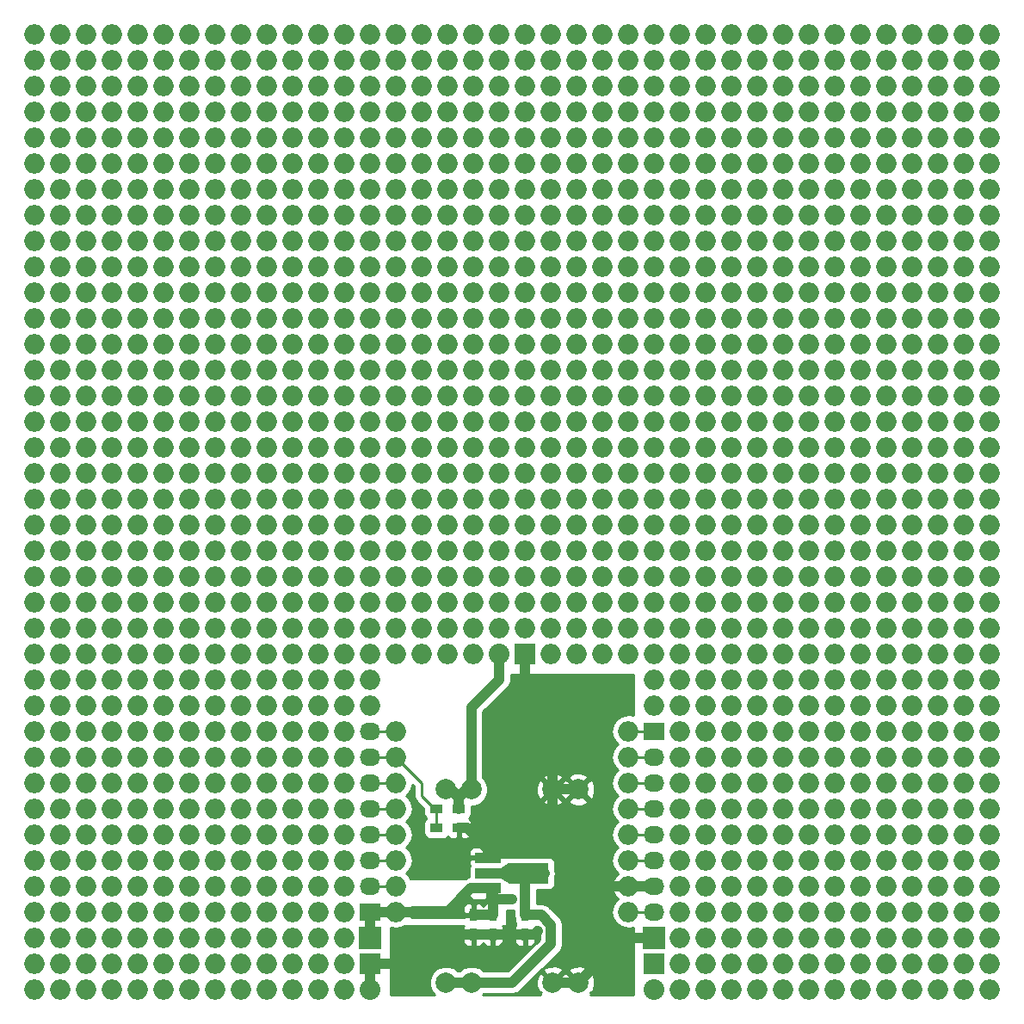
<source format=gbr>
G04 #@! TF.FileFunction,Copper,L1,Top,Signal*
%FSLAX46Y46*%
G04 Gerber Fmt 4.6, Leading zero omitted, Abs format (unit mm)*
G04 Created by KiCad (PCBNEW 4.0.4+e1-6308~48~ubuntu16.04.1-stable) date Wed Dec 14 21:01:20 2016*
%MOMM*%
%LPD*%
G01*
G04 APERTURE LIST*
%ADD10C,0.100000*%
%ADD11O,2.000000X2.000000*%
%ADD12R,0.750000X1.200000*%
%ADD13R,2.032000X2.032000*%
%ADD14O,2.032000X2.032000*%
%ADD15R,1.200000X0.900000*%
%ADD16R,2.032000X1.727200*%
%ADD17O,2.032000X1.727200*%
%ADD18C,2.000000*%
%ADD19R,2.501900X1.000760*%
%ADD20R,4.000500X1.998980*%
%ADD21R,2.235200X2.235200*%
%ADD22C,0.600000*%
%ADD23C,1.000000*%
%ADD24C,0.250000*%
%ADD25C,0.254000*%
G04 APERTURE END LIST*
D10*
D11*
X86900000Y-128540000D03*
X114840000Y-128540000D03*
X117380000Y-126000000D03*
X114840000Y-126000000D03*
X86900000Y-126000000D03*
X84360000Y-126000000D03*
X86900000Y-105680000D03*
X86900000Y-108220000D03*
X86900000Y-110760000D03*
X84360000Y-110760000D03*
X84360000Y-108220000D03*
X84360000Y-105680000D03*
X84360000Y-98060000D03*
X84360000Y-100600000D03*
X84360000Y-103140000D03*
X86900000Y-103140000D03*
X86900000Y-100600000D03*
X86900000Y-98060000D03*
X86900000Y-113300000D03*
X86900000Y-115840000D03*
X86900000Y-118380000D03*
X84360000Y-118380000D03*
X84360000Y-115840000D03*
X84360000Y-113300000D03*
X84360000Y-120920000D03*
X84360000Y-123460000D03*
X86900000Y-123460000D03*
X86900000Y-120920000D03*
X86900000Y-90440000D03*
X86900000Y-92980000D03*
X86900000Y-95520000D03*
X84360000Y-95520000D03*
X84360000Y-92980000D03*
X84360000Y-90440000D03*
X84360000Y-82820000D03*
X84360000Y-85360000D03*
X84360000Y-87900000D03*
X86900000Y-87900000D03*
X86900000Y-85360000D03*
X86900000Y-82820000D03*
X86900000Y-67580000D03*
X86900000Y-70120000D03*
X86900000Y-72660000D03*
X84360000Y-72660000D03*
X84360000Y-70120000D03*
X84360000Y-67580000D03*
X84360000Y-75200000D03*
X84360000Y-77740000D03*
X84360000Y-80280000D03*
X86900000Y-80280000D03*
X86900000Y-77740000D03*
X86900000Y-75200000D03*
X86900000Y-62500000D03*
X86900000Y-65040000D03*
X84360000Y-65040000D03*
X84360000Y-62500000D03*
X89440000Y-62500000D03*
X89440000Y-65040000D03*
X91980000Y-65040000D03*
X91980000Y-62500000D03*
X97060000Y-62500000D03*
X97060000Y-65040000D03*
X94520000Y-65040000D03*
X94520000Y-62500000D03*
X104680000Y-62500000D03*
X104680000Y-65040000D03*
X107220000Y-65040000D03*
X107220000Y-62500000D03*
X102140000Y-62500000D03*
X102140000Y-65040000D03*
X99600000Y-65040000D03*
X99600000Y-62500000D03*
X114840000Y-62500000D03*
X114840000Y-65040000D03*
X117380000Y-65040000D03*
X117380000Y-62500000D03*
X109760000Y-62500000D03*
X109760000Y-65040000D03*
X112300000Y-65040000D03*
X112300000Y-62500000D03*
X112300000Y-75200000D03*
X112300000Y-77740000D03*
X112300000Y-80280000D03*
X109760000Y-80280000D03*
X109760000Y-77740000D03*
X109760000Y-75200000D03*
X117380000Y-75200000D03*
X117380000Y-77740000D03*
X117380000Y-80280000D03*
X114840000Y-80280000D03*
X114840000Y-77740000D03*
X114840000Y-75200000D03*
X99600000Y-75200000D03*
X99600000Y-77740000D03*
X99600000Y-80280000D03*
X102140000Y-80280000D03*
X102140000Y-77740000D03*
X102140000Y-75200000D03*
X107220000Y-75200000D03*
X107220000Y-77740000D03*
X107220000Y-80280000D03*
X104680000Y-80280000D03*
X104680000Y-77740000D03*
X104680000Y-75200000D03*
X94520000Y-75200000D03*
X94520000Y-77740000D03*
X94520000Y-80280000D03*
X97060000Y-80280000D03*
X97060000Y-77740000D03*
X97060000Y-75200000D03*
X91980000Y-75200000D03*
X91980000Y-77740000D03*
X91980000Y-80280000D03*
X89440000Y-80280000D03*
X89440000Y-77740000D03*
X89440000Y-75200000D03*
X89440000Y-67580000D03*
X89440000Y-70120000D03*
X89440000Y-72660000D03*
X91980000Y-72660000D03*
X91980000Y-70120000D03*
X91980000Y-67580000D03*
X97060000Y-67580000D03*
X97060000Y-70120000D03*
X97060000Y-72660000D03*
X94520000Y-72660000D03*
X94520000Y-70120000D03*
X94520000Y-67580000D03*
X104680000Y-67580000D03*
X104680000Y-70120000D03*
X104680000Y-72660000D03*
X107220000Y-72660000D03*
X107220000Y-70120000D03*
X107220000Y-67580000D03*
X102140000Y-67580000D03*
X102140000Y-70120000D03*
X102140000Y-72660000D03*
X99600000Y-72660000D03*
X99600000Y-70120000D03*
X99600000Y-67580000D03*
X114840000Y-67580000D03*
X114840000Y-70120000D03*
X114840000Y-72660000D03*
X117380000Y-72660000D03*
X117380000Y-70120000D03*
X117380000Y-67580000D03*
X109760000Y-67580000D03*
X109760000Y-70120000D03*
X109760000Y-72660000D03*
X112300000Y-72660000D03*
X112300000Y-70120000D03*
X112300000Y-67580000D03*
X112300000Y-82820000D03*
X112300000Y-85360000D03*
X112300000Y-87900000D03*
X109760000Y-87900000D03*
X109760000Y-85360000D03*
X109760000Y-82820000D03*
X117380000Y-82820000D03*
X117380000Y-85360000D03*
X117380000Y-87900000D03*
X114840000Y-87900000D03*
X114840000Y-85360000D03*
X114840000Y-82820000D03*
X99600000Y-82820000D03*
X99600000Y-85360000D03*
X99600000Y-87900000D03*
X102140000Y-87900000D03*
X102140000Y-85360000D03*
X102140000Y-82820000D03*
X107220000Y-82820000D03*
X107220000Y-85360000D03*
X107220000Y-87900000D03*
X104680000Y-87900000D03*
X104680000Y-85360000D03*
X104680000Y-82820000D03*
X94520000Y-82820000D03*
X94520000Y-85360000D03*
X94520000Y-87900000D03*
X97060000Y-87900000D03*
X97060000Y-85360000D03*
X97060000Y-82820000D03*
X91980000Y-82820000D03*
X91980000Y-85360000D03*
X91980000Y-87900000D03*
X89440000Y-87900000D03*
X89440000Y-85360000D03*
X89440000Y-82820000D03*
X89440000Y-90440000D03*
X89440000Y-92980000D03*
X89440000Y-95520000D03*
X91980000Y-95520000D03*
X91980000Y-92980000D03*
X91980000Y-90440000D03*
X97060000Y-90440000D03*
X97060000Y-92980000D03*
X97060000Y-95520000D03*
X94520000Y-95520000D03*
X94520000Y-92980000D03*
X94520000Y-90440000D03*
X104680000Y-90440000D03*
X104680000Y-92980000D03*
X104680000Y-95520000D03*
X107220000Y-95520000D03*
X107220000Y-92980000D03*
X107220000Y-90440000D03*
X102140000Y-90440000D03*
X102140000Y-92980000D03*
X102140000Y-95520000D03*
X99600000Y-95520000D03*
X99600000Y-92980000D03*
X99600000Y-90440000D03*
X114840000Y-90440000D03*
X114840000Y-92980000D03*
X114840000Y-95520000D03*
X117380000Y-95520000D03*
X117380000Y-92980000D03*
X117380000Y-90440000D03*
X109760000Y-90440000D03*
X109760000Y-92980000D03*
X109760000Y-95520000D03*
X112300000Y-95520000D03*
X112300000Y-92980000D03*
X112300000Y-90440000D03*
X112300000Y-120920000D03*
X112300000Y-123460000D03*
X109760000Y-123460000D03*
X109760000Y-120920000D03*
X117380000Y-120920000D03*
X117380000Y-123460000D03*
X114840000Y-123460000D03*
X114840000Y-120920000D03*
X99600000Y-120920000D03*
X102140000Y-120920000D03*
X107220000Y-120920000D03*
X107220000Y-123460000D03*
X104680000Y-123460000D03*
X104680000Y-120920000D03*
X94520000Y-120920000D03*
X94520000Y-123460000D03*
X97060000Y-123460000D03*
X97060000Y-120920000D03*
X91980000Y-120920000D03*
X91980000Y-123460000D03*
X89440000Y-123460000D03*
X89440000Y-120920000D03*
X89440000Y-113300000D03*
X89440000Y-115840000D03*
X89440000Y-118380000D03*
X91980000Y-118380000D03*
X91980000Y-115840000D03*
X91980000Y-113300000D03*
X97060000Y-113300000D03*
X97060000Y-115840000D03*
X97060000Y-118380000D03*
X94520000Y-118380000D03*
X94520000Y-115840000D03*
X94520000Y-113300000D03*
X104680000Y-113300000D03*
X104680000Y-115840000D03*
X104680000Y-118380000D03*
X107220000Y-118380000D03*
X107220000Y-115840000D03*
X107220000Y-113300000D03*
X102140000Y-113300000D03*
X102140000Y-115840000D03*
X102140000Y-118380000D03*
X99600000Y-118380000D03*
X99600000Y-115840000D03*
X99600000Y-113300000D03*
X114840000Y-113300000D03*
X114840000Y-115840000D03*
X114840000Y-118380000D03*
X117380000Y-118380000D03*
X117380000Y-115840000D03*
X117380000Y-113300000D03*
X109760000Y-113300000D03*
X109760000Y-115840000D03*
X109760000Y-118380000D03*
X112300000Y-118380000D03*
X112300000Y-115840000D03*
X112300000Y-113300000D03*
X112300000Y-98060000D03*
X112300000Y-100600000D03*
X112300000Y-103140000D03*
X109760000Y-103140000D03*
X109760000Y-100600000D03*
X109760000Y-98060000D03*
X117380000Y-98060000D03*
X117380000Y-100600000D03*
X117380000Y-103140000D03*
X114840000Y-103140000D03*
X114840000Y-100600000D03*
X114840000Y-98060000D03*
X99600000Y-98060000D03*
X99600000Y-100600000D03*
X99600000Y-103140000D03*
X102140000Y-103140000D03*
X102140000Y-100600000D03*
X102140000Y-98060000D03*
X107220000Y-98060000D03*
X107220000Y-100600000D03*
X107220000Y-103140000D03*
X104680000Y-103140000D03*
X104680000Y-100600000D03*
X104680000Y-98060000D03*
X94520000Y-98060000D03*
X94520000Y-100600000D03*
X94520000Y-103140000D03*
X97060000Y-103140000D03*
X97060000Y-100600000D03*
X97060000Y-98060000D03*
X91980000Y-98060000D03*
X91980000Y-100600000D03*
X91980000Y-103140000D03*
X89440000Y-103140000D03*
X89440000Y-100600000D03*
X89440000Y-98060000D03*
X89440000Y-105680000D03*
X89440000Y-108220000D03*
X89440000Y-110760000D03*
X91980000Y-110760000D03*
X91980000Y-108220000D03*
X91980000Y-105680000D03*
X97060000Y-105680000D03*
X97060000Y-108220000D03*
X97060000Y-110760000D03*
X94520000Y-110760000D03*
X94520000Y-108220000D03*
X94520000Y-105680000D03*
X104680000Y-105680000D03*
X104680000Y-108220000D03*
X104680000Y-110760000D03*
X107220000Y-110760000D03*
X107220000Y-108220000D03*
X107220000Y-105680000D03*
X102140000Y-105680000D03*
X102140000Y-108220000D03*
X102140000Y-110760000D03*
X99600000Y-110760000D03*
X99600000Y-108220000D03*
X99600000Y-105680000D03*
X114840000Y-105680000D03*
X114840000Y-108220000D03*
X114840000Y-110760000D03*
X117380000Y-110760000D03*
X117380000Y-108220000D03*
X117380000Y-105680000D03*
X109760000Y-105680000D03*
X109760000Y-108220000D03*
X109760000Y-110760000D03*
X112300000Y-110760000D03*
X112300000Y-108220000D03*
X112300000Y-105680000D03*
X142780000Y-105680000D03*
X142780000Y-108220000D03*
X142780000Y-110760000D03*
X140240000Y-110760000D03*
X140240000Y-108220000D03*
X140240000Y-105680000D03*
X147860000Y-105680000D03*
X147860000Y-108220000D03*
X147860000Y-110760000D03*
X145320000Y-110760000D03*
X145320000Y-108220000D03*
X145320000Y-105680000D03*
X130080000Y-105680000D03*
X130080000Y-108220000D03*
X130080000Y-110760000D03*
X132620000Y-110760000D03*
X132620000Y-108220000D03*
X132620000Y-105680000D03*
X137700000Y-105680000D03*
X137700000Y-108220000D03*
X137700000Y-110760000D03*
X135160000Y-110760000D03*
X135160000Y-108220000D03*
X135160000Y-105680000D03*
X125000000Y-105680000D03*
X125000000Y-108220000D03*
X125000000Y-110760000D03*
X127540000Y-110760000D03*
X127540000Y-108220000D03*
X127540000Y-105680000D03*
X122460000Y-105680000D03*
X122460000Y-108220000D03*
X122460000Y-110760000D03*
X119920000Y-110760000D03*
X119920000Y-108220000D03*
X119920000Y-105680000D03*
X119920000Y-98060000D03*
X119920000Y-100600000D03*
X119920000Y-103140000D03*
X122460000Y-103140000D03*
X122460000Y-100600000D03*
X122460000Y-98060000D03*
X127540000Y-98060000D03*
X127540000Y-100600000D03*
X127540000Y-103140000D03*
X125000000Y-103140000D03*
X125000000Y-100600000D03*
X125000000Y-98060000D03*
X135160000Y-98060000D03*
X135160000Y-100600000D03*
X135160000Y-103140000D03*
X137700000Y-103140000D03*
X137700000Y-100600000D03*
X137700000Y-98060000D03*
X132620000Y-98060000D03*
X132620000Y-100600000D03*
X132620000Y-103140000D03*
X130080000Y-103140000D03*
X130080000Y-100600000D03*
X130080000Y-98060000D03*
X145320000Y-98060000D03*
X145320000Y-100600000D03*
X145320000Y-103140000D03*
X147860000Y-103140000D03*
X147860000Y-100600000D03*
X147860000Y-98060000D03*
X140240000Y-98060000D03*
X140240000Y-100600000D03*
X140240000Y-103140000D03*
X142780000Y-103140000D03*
X142780000Y-100600000D03*
X142780000Y-98060000D03*
X142780000Y-113300000D03*
X142780000Y-115840000D03*
X142780000Y-118380000D03*
X140240000Y-118380000D03*
X140240000Y-115840000D03*
X140240000Y-113300000D03*
X147860000Y-113300000D03*
X147860000Y-115840000D03*
X147860000Y-118380000D03*
X145320000Y-118380000D03*
X145320000Y-115840000D03*
X145320000Y-113300000D03*
X130080000Y-113300000D03*
X130080000Y-115840000D03*
X130080000Y-118380000D03*
X132620000Y-118380000D03*
X132620000Y-115840000D03*
X132620000Y-113300000D03*
X137700000Y-113300000D03*
X137700000Y-115840000D03*
X137700000Y-118380000D03*
X135160000Y-118380000D03*
X135160000Y-115840000D03*
X135160000Y-113300000D03*
X125000000Y-113300000D03*
X125000000Y-115840000D03*
X125000000Y-118380000D03*
X127540000Y-118380000D03*
X127540000Y-115840000D03*
X127540000Y-113300000D03*
X122460000Y-113300000D03*
X122460000Y-115840000D03*
X122460000Y-118380000D03*
X119920000Y-118380000D03*
X119920000Y-115840000D03*
X119920000Y-113300000D03*
X119920000Y-120920000D03*
X119920000Y-123460000D03*
X119920000Y-126000000D03*
X122460000Y-126000000D03*
X122460000Y-123460000D03*
X122460000Y-120920000D03*
X127540000Y-120920000D03*
X127540000Y-123460000D03*
X127540000Y-126000000D03*
X125000000Y-126000000D03*
X125000000Y-123460000D03*
X125000000Y-120920000D03*
X135160000Y-120920000D03*
X135160000Y-123460000D03*
X135160000Y-126000000D03*
X137700000Y-126000000D03*
X137700000Y-123460000D03*
X137700000Y-120920000D03*
X132620000Y-120920000D03*
X132620000Y-123460000D03*
X132620000Y-126000000D03*
X130080000Y-126000000D03*
X130080000Y-123460000D03*
X130080000Y-120920000D03*
X145320000Y-120920000D03*
X145320000Y-123460000D03*
X145320000Y-126000000D03*
X147860000Y-126000000D03*
X147860000Y-123460000D03*
X147860000Y-120920000D03*
X140240000Y-120920000D03*
X140240000Y-123460000D03*
X140240000Y-126000000D03*
X142780000Y-126000000D03*
X142780000Y-123460000D03*
X142780000Y-120920000D03*
X142780000Y-90440000D03*
X142780000Y-92980000D03*
X142780000Y-95520000D03*
X140240000Y-95520000D03*
X140240000Y-92980000D03*
X140240000Y-90440000D03*
X147860000Y-90440000D03*
X147860000Y-92980000D03*
X147860000Y-95520000D03*
X145320000Y-95520000D03*
X145320000Y-92980000D03*
X145320000Y-90440000D03*
X130080000Y-90440000D03*
X130080000Y-92980000D03*
X130080000Y-95520000D03*
X132620000Y-95520000D03*
X132620000Y-92980000D03*
X132620000Y-90440000D03*
X137700000Y-90440000D03*
X137700000Y-92980000D03*
X137700000Y-95520000D03*
X135160000Y-95520000D03*
X135160000Y-92980000D03*
X135160000Y-90440000D03*
X125000000Y-90440000D03*
X125000000Y-92980000D03*
X125000000Y-95520000D03*
X127540000Y-95520000D03*
X127540000Y-92980000D03*
X127540000Y-90440000D03*
X122460000Y-90440000D03*
X122460000Y-92980000D03*
X122460000Y-95520000D03*
X119920000Y-95520000D03*
X119920000Y-92980000D03*
X119920000Y-90440000D03*
X119920000Y-82820000D03*
X119920000Y-85360000D03*
X119920000Y-87900000D03*
X122460000Y-87900000D03*
X122460000Y-85360000D03*
X122460000Y-82820000D03*
X127540000Y-82820000D03*
X127540000Y-85360000D03*
X127540000Y-87900000D03*
X125000000Y-87900000D03*
X125000000Y-85360000D03*
X125000000Y-82820000D03*
X135160000Y-82820000D03*
X135160000Y-85360000D03*
X135160000Y-87900000D03*
X137700000Y-87900000D03*
X137700000Y-85360000D03*
X137700000Y-82820000D03*
X132620000Y-82820000D03*
X132620000Y-85360000D03*
X132620000Y-87900000D03*
X130080000Y-87900000D03*
X130080000Y-85360000D03*
X130080000Y-82820000D03*
X145320000Y-82820000D03*
X145320000Y-85360000D03*
X145320000Y-87900000D03*
X147860000Y-87900000D03*
X147860000Y-85360000D03*
X147860000Y-82820000D03*
X140240000Y-82820000D03*
X140240000Y-85360000D03*
X140240000Y-87900000D03*
X142780000Y-87900000D03*
X142780000Y-85360000D03*
X142780000Y-82820000D03*
X142780000Y-67580000D03*
X142780000Y-70120000D03*
X142780000Y-72660000D03*
X140240000Y-72660000D03*
X140240000Y-70120000D03*
X140240000Y-67580000D03*
X147860000Y-67580000D03*
X147860000Y-70120000D03*
X147860000Y-72660000D03*
X145320000Y-72660000D03*
X145320000Y-70120000D03*
X145320000Y-67580000D03*
X130080000Y-67580000D03*
X130080000Y-70120000D03*
X130080000Y-72660000D03*
X132620000Y-72660000D03*
X132620000Y-70120000D03*
X132620000Y-67580000D03*
X137700000Y-67580000D03*
X137700000Y-70120000D03*
X137700000Y-72660000D03*
X135160000Y-72660000D03*
X135160000Y-70120000D03*
X135160000Y-67580000D03*
X125000000Y-67580000D03*
X125000000Y-70120000D03*
X125000000Y-72660000D03*
X127540000Y-72660000D03*
X127540000Y-70120000D03*
X127540000Y-67580000D03*
X122460000Y-67580000D03*
X122460000Y-70120000D03*
X122460000Y-72660000D03*
X119920000Y-72660000D03*
X119920000Y-70120000D03*
X119920000Y-67580000D03*
X119920000Y-75200000D03*
X119920000Y-77740000D03*
X119920000Y-80280000D03*
X122460000Y-80280000D03*
X122460000Y-77740000D03*
X122460000Y-75200000D03*
X127540000Y-75200000D03*
X127540000Y-77740000D03*
X127540000Y-80280000D03*
X125000000Y-80280000D03*
X125000000Y-77740000D03*
X125000000Y-75200000D03*
X135160000Y-75200000D03*
X135160000Y-77740000D03*
X135160000Y-80280000D03*
X137700000Y-80280000D03*
X137700000Y-77740000D03*
X137700000Y-75200000D03*
X132620000Y-75200000D03*
X132620000Y-77740000D03*
X132620000Y-80280000D03*
X130080000Y-80280000D03*
X130080000Y-77740000D03*
X130080000Y-75200000D03*
X145320000Y-75200000D03*
X145320000Y-77740000D03*
X145320000Y-80280000D03*
X147860000Y-80280000D03*
X147860000Y-77740000D03*
X147860000Y-75200000D03*
X140240000Y-75200000D03*
X140240000Y-77740000D03*
X140240000Y-80280000D03*
X142780000Y-80280000D03*
X142780000Y-77740000D03*
X142780000Y-75200000D03*
X142780000Y-62500000D03*
X142780000Y-65040000D03*
X140240000Y-65040000D03*
X140240000Y-62500000D03*
X147860000Y-62500000D03*
X147860000Y-65040000D03*
X145320000Y-65040000D03*
X145320000Y-62500000D03*
X130080000Y-62500000D03*
X130080000Y-65040000D03*
X132620000Y-65040000D03*
X132620000Y-62500000D03*
X137700000Y-62500000D03*
X137700000Y-65040000D03*
X135160000Y-65040000D03*
X135160000Y-62500000D03*
X125000000Y-62500000D03*
X125000000Y-65040000D03*
X127540000Y-65040000D03*
X127540000Y-62500000D03*
X122460000Y-62500000D03*
X122460000Y-65040000D03*
X119920000Y-65040000D03*
X119920000Y-62500000D03*
X53880000Y-62500000D03*
X53880000Y-65040000D03*
X56420000Y-65040000D03*
X56420000Y-62500000D03*
X61500000Y-62500000D03*
X61500000Y-65040000D03*
X58960000Y-65040000D03*
X58960000Y-62500000D03*
X69120000Y-62500000D03*
X69120000Y-65040000D03*
X71660000Y-65040000D03*
X71660000Y-62500000D03*
X66580000Y-62500000D03*
X66580000Y-65040000D03*
X64040000Y-65040000D03*
X64040000Y-62500000D03*
X79280000Y-62500000D03*
X79280000Y-65040000D03*
X81820000Y-65040000D03*
X81820000Y-62500000D03*
X74200000Y-62500000D03*
X74200000Y-65040000D03*
X76740000Y-65040000D03*
X76740000Y-62500000D03*
X76740000Y-75200000D03*
X76740000Y-77740000D03*
X76740000Y-80280000D03*
X74200000Y-80280000D03*
X74200000Y-77740000D03*
X74200000Y-75200000D03*
X81820000Y-75200000D03*
X81820000Y-77740000D03*
X81820000Y-80280000D03*
X79280000Y-80280000D03*
X79280000Y-77740000D03*
X79280000Y-75200000D03*
X64040000Y-75200000D03*
X64040000Y-77740000D03*
X64040000Y-80280000D03*
X66580000Y-80280000D03*
X66580000Y-77740000D03*
X66580000Y-75200000D03*
X71660000Y-75200000D03*
X71660000Y-77740000D03*
X71660000Y-80280000D03*
X69120000Y-80280000D03*
X69120000Y-77740000D03*
X69120000Y-75200000D03*
X58960000Y-75200000D03*
X58960000Y-77740000D03*
X58960000Y-80280000D03*
X61500000Y-80280000D03*
X61500000Y-77740000D03*
X61500000Y-75200000D03*
X56420000Y-75200000D03*
X56420000Y-77740000D03*
X56420000Y-80280000D03*
X53880000Y-80280000D03*
X53880000Y-77740000D03*
X53880000Y-75200000D03*
X53880000Y-67580000D03*
X53880000Y-70120000D03*
X53880000Y-72660000D03*
X56420000Y-72660000D03*
X56420000Y-70120000D03*
X56420000Y-67580000D03*
X61500000Y-67580000D03*
X61500000Y-70120000D03*
X61500000Y-72660000D03*
X58960000Y-72660000D03*
X58960000Y-70120000D03*
X58960000Y-67580000D03*
X69120000Y-67580000D03*
X69120000Y-70120000D03*
X69120000Y-72660000D03*
X71660000Y-72660000D03*
X71660000Y-70120000D03*
X71660000Y-67580000D03*
X66580000Y-67580000D03*
X66580000Y-70120000D03*
X66580000Y-72660000D03*
X64040000Y-72660000D03*
X64040000Y-70120000D03*
X64040000Y-67580000D03*
X79280000Y-67580000D03*
X79280000Y-70120000D03*
X79280000Y-72660000D03*
X81820000Y-72660000D03*
X81820000Y-70120000D03*
X81820000Y-67580000D03*
X74200000Y-67580000D03*
X74200000Y-70120000D03*
X74200000Y-72660000D03*
X76740000Y-72660000D03*
X76740000Y-70120000D03*
X76740000Y-67580000D03*
X76740000Y-82820000D03*
X76740000Y-85360000D03*
X76740000Y-87900000D03*
X74200000Y-87900000D03*
X74200000Y-85360000D03*
X74200000Y-82820000D03*
X81820000Y-82820000D03*
X81820000Y-85360000D03*
X81820000Y-87900000D03*
X79280000Y-87900000D03*
X79280000Y-85360000D03*
X79280000Y-82820000D03*
X64040000Y-82820000D03*
X64040000Y-85360000D03*
X64040000Y-87900000D03*
X66580000Y-87900000D03*
X66580000Y-85360000D03*
X66580000Y-82820000D03*
X71660000Y-82820000D03*
X71660000Y-85360000D03*
X71660000Y-87900000D03*
X69120000Y-87900000D03*
X69120000Y-85360000D03*
X69120000Y-82820000D03*
X58960000Y-82820000D03*
X58960000Y-85360000D03*
X58960000Y-87900000D03*
X61500000Y-87900000D03*
X61500000Y-85360000D03*
X61500000Y-82820000D03*
X56420000Y-82820000D03*
X56420000Y-85360000D03*
X56420000Y-87900000D03*
X53880000Y-87900000D03*
X53880000Y-85360000D03*
X53880000Y-82820000D03*
X53880000Y-90440000D03*
X53880000Y-92980000D03*
X53880000Y-95520000D03*
X56420000Y-95520000D03*
X56420000Y-92980000D03*
X56420000Y-90440000D03*
X61500000Y-90440000D03*
X61500000Y-92980000D03*
X61500000Y-95520000D03*
X58960000Y-95520000D03*
X58960000Y-92980000D03*
X58960000Y-90440000D03*
X69120000Y-90440000D03*
X69120000Y-92980000D03*
X69120000Y-95520000D03*
X71660000Y-95520000D03*
X71660000Y-92980000D03*
X71660000Y-90440000D03*
X66580000Y-90440000D03*
X66580000Y-92980000D03*
X66580000Y-95520000D03*
X64040000Y-95520000D03*
X64040000Y-92980000D03*
X64040000Y-90440000D03*
X79280000Y-90440000D03*
X79280000Y-92980000D03*
X79280000Y-95520000D03*
X81820000Y-95520000D03*
X81820000Y-92980000D03*
X81820000Y-90440000D03*
X74200000Y-90440000D03*
X74200000Y-92980000D03*
X74200000Y-95520000D03*
X76740000Y-95520000D03*
X76740000Y-92980000D03*
X76740000Y-90440000D03*
X76740000Y-120920000D03*
X76740000Y-123460000D03*
X76740000Y-126000000D03*
X74200000Y-126000000D03*
X74200000Y-123460000D03*
X74200000Y-120920000D03*
X81820000Y-120920000D03*
X81820000Y-123460000D03*
X81820000Y-126000000D03*
X79280000Y-126000000D03*
X79280000Y-123460000D03*
X79280000Y-120920000D03*
X64040000Y-120920000D03*
X64040000Y-123460000D03*
X64040000Y-126000000D03*
X66580000Y-126000000D03*
X66580000Y-123460000D03*
X66580000Y-120920000D03*
X71660000Y-120920000D03*
X71660000Y-123460000D03*
X71660000Y-126000000D03*
X69120000Y-126000000D03*
X69120000Y-123460000D03*
X69120000Y-120920000D03*
X58960000Y-120920000D03*
X58960000Y-123460000D03*
X58960000Y-126000000D03*
X61500000Y-126000000D03*
X61500000Y-123460000D03*
X61500000Y-120920000D03*
X56420000Y-120920000D03*
X56420000Y-123460000D03*
X56420000Y-126000000D03*
X53880000Y-126000000D03*
X53880000Y-123460000D03*
X53880000Y-120920000D03*
X53880000Y-113300000D03*
X53880000Y-115840000D03*
X53880000Y-118380000D03*
X56420000Y-118380000D03*
X56420000Y-115840000D03*
X56420000Y-113300000D03*
X61500000Y-113300000D03*
X61500000Y-115840000D03*
X61500000Y-118380000D03*
X58960000Y-118380000D03*
X58960000Y-115840000D03*
X58960000Y-113300000D03*
X69120000Y-113300000D03*
X69120000Y-115840000D03*
X69120000Y-118380000D03*
X71660000Y-118380000D03*
X71660000Y-115840000D03*
X71660000Y-113300000D03*
X66580000Y-113300000D03*
X66580000Y-115840000D03*
X66580000Y-118380000D03*
X64040000Y-118380000D03*
X64040000Y-115840000D03*
X64040000Y-113300000D03*
X79280000Y-113300000D03*
X79280000Y-115840000D03*
X79280000Y-118380000D03*
X81820000Y-118380000D03*
X81820000Y-115840000D03*
X81820000Y-113300000D03*
X74200000Y-113300000D03*
X74200000Y-115840000D03*
X74200000Y-118380000D03*
X76740000Y-118380000D03*
X76740000Y-115840000D03*
X76740000Y-113300000D03*
X76740000Y-98060000D03*
X76740000Y-100600000D03*
X76740000Y-103140000D03*
X74200000Y-103140000D03*
X74200000Y-100600000D03*
X74200000Y-98060000D03*
X81820000Y-98060000D03*
X81820000Y-100600000D03*
X81820000Y-103140000D03*
X79280000Y-103140000D03*
X79280000Y-100600000D03*
X79280000Y-98060000D03*
X64040000Y-98060000D03*
X64040000Y-100600000D03*
X64040000Y-103140000D03*
X66580000Y-103140000D03*
X66580000Y-100600000D03*
X66580000Y-98060000D03*
X71660000Y-98060000D03*
X71660000Y-100600000D03*
X71660000Y-103140000D03*
X69120000Y-103140000D03*
X69120000Y-100600000D03*
X69120000Y-98060000D03*
X58960000Y-98060000D03*
X58960000Y-100600000D03*
X58960000Y-103140000D03*
X61500000Y-103140000D03*
X61500000Y-100600000D03*
X61500000Y-98060000D03*
X56420000Y-98060000D03*
X56420000Y-100600000D03*
X56420000Y-103140000D03*
X53880000Y-103140000D03*
X53880000Y-100600000D03*
X53880000Y-98060000D03*
X53880000Y-105680000D03*
X53880000Y-108220000D03*
X53880000Y-110760000D03*
X56420000Y-110760000D03*
X56420000Y-108220000D03*
X56420000Y-105680000D03*
X61500000Y-105680000D03*
X61500000Y-108220000D03*
X61500000Y-110760000D03*
X58960000Y-110760000D03*
X58960000Y-108220000D03*
X58960000Y-105680000D03*
X69120000Y-105680000D03*
X69120000Y-108220000D03*
X69120000Y-110760000D03*
X71660000Y-110760000D03*
X71660000Y-108220000D03*
X71660000Y-105680000D03*
X66580000Y-105680000D03*
X66580000Y-108220000D03*
X66580000Y-110760000D03*
X64040000Y-110760000D03*
X64040000Y-108220000D03*
X64040000Y-105680000D03*
X79280000Y-105680000D03*
X79280000Y-108220000D03*
X79280000Y-110760000D03*
X81820000Y-110760000D03*
X81820000Y-108220000D03*
X81820000Y-105680000D03*
X74200000Y-105680000D03*
X74200000Y-108220000D03*
X74200000Y-110760000D03*
X76740000Y-110760000D03*
X76740000Y-108220000D03*
X76740000Y-105680000D03*
X147860000Y-136160000D03*
X147860000Y-138700000D03*
X147860000Y-141240000D03*
X147860000Y-133620000D03*
X147860000Y-131080000D03*
X147860000Y-128540000D03*
X119920000Y-136160000D03*
X119920000Y-138700000D03*
X119920000Y-141240000D03*
X117380000Y-141240000D03*
X117380000Y-138700000D03*
X117380000Y-136160000D03*
X127540000Y-136160000D03*
X127540000Y-138700000D03*
X127540000Y-141240000D03*
X130080000Y-141240000D03*
X130080000Y-138700000D03*
X130080000Y-136160000D03*
X125000000Y-136160000D03*
X125000000Y-138700000D03*
X125000000Y-141240000D03*
X122460000Y-141240000D03*
X122460000Y-138700000D03*
X122460000Y-136160000D03*
X137700000Y-136160000D03*
X137700000Y-138700000D03*
X137700000Y-141240000D03*
X140240000Y-141240000D03*
X140240000Y-138700000D03*
X140240000Y-136160000D03*
X145320000Y-136160000D03*
X145320000Y-138700000D03*
X145320000Y-141240000D03*
X142780000Y-141240000D03*
X142780000Y-138700000D03*
X142780000Y-136160000D03*
X132620000Y-136160000D03*
X132620000Y-138700000D03*
X132620000Y-141240000D03*
X135160000Y-141240000D03*
X135160000Y-138700000D03*
X135160000Y-136160000D03*
X137700000Y-128540000D03*
X137700000Y-131080000D03*
X137700000Y-133620000D03*
X135160000Y-133620000D03*
X135160000Y-131080000D03*
X135160000Y-128540000D03*
X142780000Y-128540000D03*
X142780000Y-131080000D03*
X142780000Y-133620000D03*
X140240000Y-133620000D03*
X140240000Y-131080000D03*
X140240000Y-128540000D03*
X125000000Y-128540000D03*
X125000000Y-131080000D03*
X125000000Y-133620000D03*
X127540000Y-133620000D03*
X127540000Y-131080000D03*
X127540000Y-128540000D03*
X132620000Y-128540000D03*
X132620000Y-131080000D03*
X132620000Y-133620000D03*
X130080000Y-133620000D03*
X130080000Y-131080000D03*
X130080000Y-128540000D03*
X119920000Y-128540000D03*
X119920000Y-131080000D03*
X119920000Y-133620000D03*
X122460000Y-133620000D03*
X122460000Y-131080000D03*
X122460000Y-128540000D03*
X117380000Y-128540000D03*
X117380000Y-131080000D03*
X117380000Y-133620000D03*
X145320000Y-133620000D03*
X145320000Y-131080000D03*
X145320000Y-128540000D03*
X76740000Y-136160000D03*
X76740000Y-138700000D03*
X76740000Y-141240000D03*
X74200000Y-141240000D03*
X74200000Y-138700000D03*
X74200000Y-136160000D03*
X84360000Y-136160000D03*
X84360000Y-138700000D03*
X84360000Y-141240000D03*
X81820000Y-136160000D03*
X81820000Y-138700000D03*
X81820000Y-141240000D03*
X79280000Y-141240000D03*
X79280000Y-138700000D03*
X79280000Y-136160000D03*
X64040000Y-136160000D03*
X64040000Y-138700000D03*
X64040000Y-141240000D03*
X66580000Y-141240000D03*
X66580000Y-138700000D03*
X66580000Y-136160000D03*
X71660000Y-136160000D03*
X71660000Y-138700000D03*
X71660000Y-141240000D03*
X69120000Y-141240000D03*
X69120000Y-138700000D03*
X69120000Y-136160000D03*
X58960000Y-136160000D03*
X58960000Y-138700000D03*
X58960000Y-141240000D03*
X61500000Y-141240000D03*
X61500000Y-138700000D03*
X61500000Y-136160000D03*
X56420000Y-136160000D03*
X56420000Y-138700000D03*
X56420000Y-141240000D03*
X53880000Y-141240000D03*
X53880000Y-138700000D03*
X53880000Y-136160000D03*
X53880000Y-128540000D03*
X53880000Y-131080000D03*
X53880000Y-133620000D03*
X56420000Y-133620000D03*
X56420000Y-131080000D03*
X56420000Y-128540000D03*
X61500000Y-128540000D03*
X61500000Y-131080000D03*
X61500000Y-133620000D03*
X58960000Y-133620000D03*
X58960000Y-131080000D03*
X58960000Y-128540000D03*
X69120000Y-128540000D03*
X69120000Y-131080000D03*
X69120000Y-133620000D03*
X71660000Y-133620000D03*
X71660000Y-131080000D03*
X71660000Y-128540000D03*
X66580000Y-128540000D03*
X66580000Y-131080000D03*
X66580000Y-133620000D03*
X64040000Y-133620000D03*
X64040000Y-131080000D03*
X64040000Y-128540000D03*
X79280000Y-128540000D03*
X79280000Y-131080000D03*
X79280000Y-133620000D03*
X81820000Y-133620000D03*
X81820000Y-131080000D03*
X81820000Y-128540000D03*
X84360000Y-133620000D03*
X84360000Y-131080000D03*
X84360000Y-128540000D03*
X74200000Y-128540000D03*
X74200000Y-131080000D03*
X74200000Y-133620000D03*
X76740000Y-133620000D03*
X76740000Y-131080000D03*
X76740000Y-128540000D03*
X147860000Y-143780000D03*
X147860000Y-146320000D03*
X147860000Y-148860000D03*
X117380000Y-143780000D03*
X117380000Y-146320000D03*
X117380000Y-148860000D03*
X119920000Y-148860000D03*
X119920000Y-146320000D03*
X119920000Y-143780000D03*
X125000000Y-143780000D03*
X125000000Y-146320000D03*
X125000000Y-148860000D03*
X122460000Y-148860000D03*
X122460000Y-146320000D03*
X122460000Y-143780000D03*
X132620000Y-143780000D03*
X132620000Y-146320000D03*
X132620000Y-148860000D03*
X135160000Y-148860000D03*
X135160000Y-146320000D03*
X135160000Y-143780000D03*
X130080000Y-143780000D03*
X130080000Y-146320000D03*
X130080000Y-148860000D03*
X127540000Y-148860000D03*
X127540000Y-146320000D03*
X127540000Y-143780000D03*
X142780000Y-143780000D03*
X142780000Y-146320000D03*
X142780000Y-148860000D03*
X145320000Y-148860000D03*
X145320000Y-146320000D03*
X145320000Y-143780000D03*
X137700000Y-143780000D03*
X137700000Y-146320000D03*
X137700000Y-148860000D03*
X140240000Y-148860000D03*
X140240000Y-146320000D03*
X140240000Y-143780000D03*
X76740000Y-143780000D03*
X76740000Y-146320000D03*
X76740000Y-148860000D03*
X74200000Y-148860000D03*
X74200000Y-146320000D03*
X74200000Y-143780000D03*
X84360000Y-143780000D03*
X84360000Y-146320000D03*
X84360000Y-148860000D03*
X81820000Y-143780000D03*
X81820000Y-146320000D03*
X81820000Y-148860000D03*
X79280000Y-148860000D03*
X79280000Y-146320000D03*
X79280000Y-143780000D03*
X64040000Y-143780000D03*
X64040000Y-146320000D03*
X64040000Y-148860000D03*
X66580000Y-148860000D03*
X66580000Y-146320000D03*
X66580000Y-143780000D03*
X71660000Y-143780000D03*
X71660000Y-146320000D03*
X71660000Y-148860000D03*
X69120000Y-148860000D03*
X69120000Y-146320000D03*
X69120000Y-143780000D03*
X58960000Y-143780000D03*
X58960000Y-146320000D03*
X58960000Y-148860000D03*
X61500000Y-148860000D03*
X61500000Y-146320000D03*
X61500000Y-143780000D03*
X56420000Y-143780000D03*
X56420000Y-146320000D03*
X56420000Y-148860000D03*
X53880000Y-148860000D03*
X53880000Y-146320000D03*
X53880000Y-143780000D03*
X53880000Y-151400000D03*
X53880000Y-153940000D03*
X53880000Y-156480000D03*
X56420000Y-156480000D03*
X56420000Y-153940000D03*
X56420000Y-151400000D03*
X61500000Y-151400000D03*
X61500000Y-153940000D03*
X61500000Y-156480000D03*
X58960000Y-156480000D03*
X58960000Y-153940000D03*
X58960000Y-151400000D03*
X69120000Y-151400000D03*
X69120000Y-153940000D03*
X69120000Y-156480000D03*
X71660000Y-156480000D03*
X71660000Y-153940000D03*
X71660000Y-151400000D03*
X66580000Y-151400000D03*
X66580000Y-153940000D03*
X66580000Y-156480000D03*
X64040000Y-156480000D03*
X64040000Y-153940000D03*
X64040000Y-151400000D03*
X79280000Y-151400000D03*
X79280000Y-153940000D03*
X79280000Y-156480000D03*
X81820000Y-156480000D03*
X81820000Y-153940000D03*
X81820000Y-151400000D03*
X84360000Y-156480000D03*
X84360000Y-153940000D03*
X84360000Y-151400000D03*
X74200000Y-151400000D03*
X74200000Y-153940000D03*
X74200000Y-156480000D03*
X76740000Y-156480000D03*
X76740000Y-153940000D03*
X76740000Y-151400000D03*
X137700000Y-151400000D03*
X137700000Y-153940000D03*
X137700000Y-156480000D03*
X135160000Y-156480000D03*
X135160000Y-153940000D03*
X135160000Y-151400000D03*
X145320000Y-151400000D03*
X145320000Y-153940000D03*
X145320000Y-156480000D03*
X147860000Y-156480000D03*
X147860000Y-153940000D03*
X147860000Y-151400000D03*
X142780000Y-151400000D03*
X142780000Y-153940000D03*
X142780000Y-156480000D03*
X140240000Y-156480000D03*
X140240000Y-153940000D03*
X140240000Y-151400000D03*
X125000000Y-151400000D03*
X125000000Y-153940000D03*
X125000000Y-156480000D03*
X127540000Y-156480000D03*
X127540000Y-153940000D03*
X127540000Y-151400000D03*
X132620000Y-151400000D03*
X132620000Y-153940000D03*
X132620000Y-156480000D03*
X130080000Y-156480000D03*
X130080000Y-153940000D03*
X130080000Y-151400000D03*
X119920000Y-151400000D03*
X119920000Y-153940000D03*
X119920000Y-156480000D03*
X122460000Y-156480000D03*
X122460000Y-153940000D03*
X122460000Y-151400000D03*
X117380000Y-151400000D03*
X117380000Y-153940000D03*
X117380000Y-156480000D03*
X89440000Y-131080000D03*
X89440000Y-133620000D03*
X89440000Y-136160000D03*
X89440000Y-138700000D03*
X89440000Y-141240000D03*
X89440000Y-143780000D03*
X89440000Y-146320000D03*
X89440000Y-148860000D03*
X112300000Y-148860000D03*
X112300000Y-146320000D03*
X112300000Y-143780000D03*
X112300000Y-141240000D03*
X112300000Y-138700000D03*
X112300000Y-136160000D03*
X112300000Y-133620000D03*
X112300000Y-131080000D03*
D12*
X97060000Y-151080000D03*
X97060000Y-149180000D03*
X98965000Y-151080000D03*
X98965000Y-149180000D03*
X102140000Y-151080000D03*
X102140000Y-149180000D03*
D13*
X102140000Y-123460000D03*
D14*
X99600000Y-123460000D03*
D15*
X93420000Y-140605000D03*
X95620000Y-140605000D03*
X93420000Y-138700000D03*
X95620000Y-138700000D03*
D16*
X114840000Y-131080000D03*
D17*
X114840000Y-133620000D03*
X114840000Y-136160000D03*
X114840000Y-138700000D03*
X114840000Y-141240000D03*
X114840000Y-143780000D03*
X114840000Y-146320000D03*
X114840000Y-148860000D03*
D16*
X86900000Y-148860000D03*
D17*
X86900000Y-146320000D03*
X86900000Y-143780000D03*
X86900000Y-141240000D03*
X86900000Y-138700000D03*
X86900000Y-136160000D03*
X86900000Y-133620000D03*
X86900000Y-131080000D03*
D18*
X107370000Y-136820000D03*
X104870000Y-136820000D03*
X96870000Y-136820000D03*
X94370000Y-136820000D03*
X96870000Y-155820000D03*
X94370000Y-155820000D03*
X107370000Y-155820000D03*
X104870000Y-155820000D03*
D19*
X98517960Y-143548860D03*
X98517960Y-145050000D03*
X98517960Y-146551140D03*
D20*
X102470200Y-145050000D03*
D10*
G36*
X100495350Y-146050760D02*
X99746050Y-145550380D01*
X99746050Y-144549620D01*
X100495350Y-144049240D01*
X100495350Y-146050760D01*
X100495350Y-146050760D01*
G37*
D21*
X114840000Y-151400000D03*
D13*
X86900000Y-153940000D03*
D14*
X86900000Y-156480000D03*
D21*
X86900000Y-151400000D03*
D13*
X114840000Y-153940000D03*
D14*
X114840000Y-156480000D03*
D22*
X103410000Y-150765000D03*
X100870000Y-147590000D03*
D23*
X114840000Y-151400000D02*
X108490000Y-151400000D01*
X86900000Y-156480000D02*
X86900000Y-153940000D01*
X86900000Y-153940000D02*
X91345000Y-153940000D01*
X91345000Y-153940000D02*
X94205000Y-151080000D01*
X94205000Y-151080000D02*
X97060000Y-151080000D01*
X102140000Y-123460000D02*
X102140000Y-126000000D01*
X104870000Y-128730000D02*
X102140000Y-126000000D01*
X104870000Y-128730000D02*
X104870000Y-136820000D01*
X103095000Y-151080000D02*
X102140000Y-151080000D01*
X103410000Y-150765000D02*
X103095000Y-151080000D01*
X107370000Y-155820000D02*
X104870000Y-155820000D01*
X108490000Y-146320000D02*
X108490000Y-151400000D01*
X108490000Y-151400000D02*
X108490000Y-154700000D01*
X108490000Y-154700000D02*
X107370000Y-155820000D01*
X104870000Y-136820000D02*
X104870000Y-142700000D01*
X104870000Y-142700000D02*
X105950000Y-143780000D01*
X104870000Y-136820000D02*
X107370000Y-136820000D01*
X112300000Y-146320000D02*
X114840000Y-146320000D01*
X112300000Y-146320000D02*
X108490000Y-146320000D01*
X108490000Y-146320000D02*
X105950000Y-143780000D01*
X105315000Y-143145000D02*
X98517960Y-143145000D01*
X105950000Y-143780000D02*
X105315000Y-143145000D01*
X98517960Y-143145000D02*
X98517960Y-142697960D01*
X98965000Y-151080000D02*
X102140000Y-151080000D01*
X97060000Y-151080000D02*
X98965000Y-151080000D01*
X95620000Y-140605000D02*
X96425000Y-140605000D01*
X98517960Y-142697960D02*
X98517960Y-143548860D01*
X96425000Y-140605000D02*
X98517960Y-142697960D01*
X96870000Y-155820000D02*
X94370000Y-155820000D01*
X102140000Y-149180000D02*
X103730000Y-149180000D01*
X100895000Y-155820000D02*
X96870000Y-155820000D01*
X104680000Y-152035000D02*
X100895000Y-155820000D01*
X104680000Y-150130000D02*
X104680000Y-152035000D01*
X103730000Y-149180000D02*
X104680000Y-150130000D01*
X98517960Y-145050000D02*
X100120700Y-145050000D01*
X102470200Y-145050000D02*
X100120700Y-145050000D01*
X102470200Y-145050000D02*
X98517960Y-145050000D01*
X102140000Y-149180000D02*
X102140000Y-145380200D01*
X102140000Y-145380200D02*
X102470200Y-145050000D01*
X104045000Y-145050000D02*
X102470200Y-145050000D01*
X100870000Y-147590000D02*
X98965000Y-147590000D01*
X86900000Y-151400000D02*
X86900000Y-148860000D01*
X86900000Y-148860000D02*
X89440000Y-148860000D01*
X97060000Y-149180000D02*
X98965000Y-149180000D01*
X98965000Y-149180000D02*
X98965000Y-147590000D01*
X98965000Y-147590000D02*
X98965000Y-146998180D01*
X98965000Y-146998180D02*
X98517960Y-146551140D01*
X89440000Y-148860000D02*
X94520000Y-148860000D01*
X94520000Y-148860000D02*
X96828860Y-146551140D01*
X96828860Y-146551140D02*
X98517960Y-146551140D01*
D24*
X112300000Y-141240000D02*
X114840000Y-141240000D01*
X89440000Y-141240000D02*
X86900000Y-141240000D01*
X86900000Y-138700000D02*
X89440000Y-138700000D01*
X89440000Y-136160000D02*
X86900000Y-136160000D01*
X89440000Y-146320000D02*
X86900000Y-146320000D01*
X86900000Y-143780000D02*
X89440000Y-143780000D01*
X93420000Y-138700000D02*
X93250000Y-138700000D01*
X93250000Y-138700000D02*
X91980000Y-137430000D01*
X91980000Y-136160000D02*
X89440000Y-133620000D01*
X91980000Y-137430000D02*
X91980000Y-136160000D01*
X93420000Y-140605000D02*
X93420000Y-138700000D01*
X86900000Y-133620000D02*
X89440000Y-133620000D01*
X86900000Y-131080000D02*
X89440000Y-131080000D01*
X114840000Y-133620000D02*
X112300000Y-133620000D01*
X112300000Y-136160000D02*
X114840000Y-136160000D01*
X114840000Y-138700000D02*
X112300000Y-138700000D01*
X114840000Y-143780000D02*
X112300000Y-143780000D01*
X114840000Y-148860000D02*
X112300000Y-148860000D01*
X112300000Y-131080000D02*
X114840000Y-131080000D01*
D23*
X99600000Y-123460000D02*
X99600000Y-126000000D01*
X96870000Y-128730000D02*
X99600000Y-126000000D01*
X96870000Y-128730000D02*
X96870000Y-136820000D01*
X96870000Y-136820000D02*
X96400000Y-136820000D01*
X96400000Y-136820000D02*
X95620000Y-137600000D01*
X95620000Y-138700000D02*
X95620000Y-137600000D01*
X95620000Y-137600000D02*
X94840000Y-136820000D01*
X94840000Y-136820000D02*
X94370000Y-136820000D01*
D25*
G36*
X98664960Y-146678140D02*
X98644960Y-146678140D01*
X98644960Y-147527770D01*
X98803710Y-147686520D01*
X99473000Y-147686520D01*
X99473000Y-147947771D01*
X99466310Y-147945000D01*
X99250750Y-147945000D01*
X99092000Y-148103750D01*
X99092000Y-149053000D01*
X99112000Y-149053000D01*
X99112000Y-149307000D01*
X99092000Y-149307000D01*
X99092000Y-149327000D01*
X98838000Y-149327000D01*
X98838000Y-149307000D01*
X98113750Y-149307000D01*
X98052750Y-149368000D01*
X97972250Y-149368000D01*
X97911250Y-149307000D01*
X97187000Y-149307000D01*
X97187000Y-149327000D01*
X96933000Y-149327000D01*
X96933000Y-149307000D01*
X96208750Y-149307000D01*
X96147750Y-149368000D01*
X90977287Y-149368000D01*
X91030124Y-149240434D01*
X90910777Y-148987000D01*
X89567000Y-148987000D01*
X89567000Y-148733000D01*
X90910777Y-148733000D01*
X91030124Y-148479566D01*
X91019407Y-148453691D01*
X96050000Y-148453691D01*
X96050000Y-148894250D01*
X96208750Y-149053000D01*
X96933000Y-149053000D01*
X96933000Y-148103750D01*
X97187000Y-148103750D01*
X97187000Y-149053000D01*
X97911250Y-149053000D01*
X98012500Y-148951750D01*
X98113750Y-149053000D01*
X98838000Y-149053000D01*
X98838000Y-148103750D01*
X98679250Y-147945000D01*
X98463690Y-147945000D01*
X98230301Y-148041673D01*
X98051673Y-148220302D01*
X98012500Y-148314874D01*
X97973327Y-148220302D01*
X97794699Y-148041673D01*
X97561310Y-147945000D01*
X97345750Y-147945000D01*
X97187000Y-148103750D01*
X96933000Y-148103750D01*
X96774250Y-147945000D01*
X96558690Y-147945000D01*
X96325301Y-148041673D01*
X96146673Y-148220302D01*
X96050000Y-148453691D01*
X91019407Y-148453691D01*
X90977287Y-148352000D01*
X94520000Y-148352000D01*
X94569410Y-148341994D01*
X94609803Y-148314803D01*
X96087716Y-146836890D01*
X96632010Y-146836890D01*
X96632010Y-147177829D01*
X96728683Y-147411218D01*
X96907311Y-147589847D01*
X97140700Y-147686520D01*
X98232210Y-147686520D01*
X98390960Y-147527770D01*
X98390960Y-146678140D01*
X96790760Y-146678140D01*
X96632010Y-146836890D01*
X96087716Y-146836890D01*
X96477606Y-146447000D01*
X98664960Y-146447000D01*
X98664960Y-146678140D01*
X98664960Y-146678140D01*
G37*
X98664960Y-146678140D02*
X98644960Y-146678140D01*
X98644960Y-147527770D01*
X98803710Y-147686520D01*
X99473000Y-147686520D01*
X99473000Y-147947771D01*
X99466310Y-147945000D01*
X99250750Y-147945000D01*
X99092000Y-148103750D01*
X99092000Y-149053000D01*
X99112000Y-149053000D01*
X99112000Y-149307000D01*
X99092000Y-149307000D01*
X99092000Y-149327000D01*
X98838000Y-149327000D01*
X98838000Y-149307000D01*
X98113750Y-149307000D01*
X98052750Y-149368000D01*
X97972250Y-149368000D01*
X97911250Y-149307000D01*
X97187000Y-149307000D01*
X97187000Y-149327000D01*
X96933000Y-149327000D01*
X96933000Y-149307000D01*
X96208750Y-149307000D01*
X96147750Y-149368000D01*
X90977287Y-149368000D01*
X91030124Y-149240434D01*
X90910777Y-148987000D01*
X89567000Y-148987000D01*
X89567000Y-148733000D01*
X90910777Y-148733000D01*
X91030124Y-148479566D01*
X91019407Y-148453691D01*
X96050000Y-148453691D01*
X96050000Y-148894250D01*
X96208750Y-149053000D01*
X96933000Y-149053000D01*
X96933000Y-148103750D01*
X97187000Y-148103750D01*
X97187000Y-149053000D01*
X97911250Y-149053000D01*
X98012500Y-148951750D01*
X98113750Y-149053000D01*
X98838000Y-149053000D01*
X98838000Y-148103750D01*
X98679250Y-147945000D01*
X98463690Y-147945000D01*
X98230301Y-148041673D01*
X98051673Y-148220302D01*
X98012500Y-148314874D01*
X97973327Y-148220302D01*
X97794699Y-148041673D01*
X97561310Y-147945000D01*
X97345750Y-147945000D01*
X97187000Y-148103750D01*
X96933000Y-148103750D01*
X96774250Y-147945000D01*
X96558690Y-147945000D01*
X96325301Y-148041673D01*
X96146673Y-148220302D01*
X96050000Y-148453691D01*
X91019407Y-148453691D01*
X90977287Y-148352000D01*
X94520000Y-148352000D01*
X94569410Y-148341994D01*
X94609803Y-148314803D01*
X96087716Y-146836890D01*
X96632010Y-146836890D01*
X96632010Y-147177829D01*
X96728683Y-147411218D01*
X96907311Y-147589847D01*
X97140700Y-147686520D01*
X98232210Y-147686520D01*
X98390960Y-147527770D01*
X98390960Y-146678140D01*
X96790760Y-146678140D01*
X96632010Y-146836890D01*
X96087716Y-146836890D01*
X96477606Y-146447000D01*
X98664960Y-146447000D01*
X98664960Y-146678140D01*
G36*
X101005000Y-149180000D02*
X101091397Y-149614346D01*
X101117560Y-149653502D01*
X101117560Y-149780000D01*
X101161838Y-150015317D01*
X101228329Y-150118646D01*
X101226673Y-150120302D01*
X101130000Y-150353691D01*
X101130000Y-150794250D01*
X101288750Y-150953000D01*
X102013000Y-150953000D01*
X102013000Y-150933000D01*
X102267000Y-150933000D01*
X102267000Y-150953000D01*
X102991250Y-150953000D01*
X103150000Y-150794250D01*
X103150000Y-150353691D01*
X103133974Y-150315000D01*
X103259868Y-150315000D01*
X103545000Y-150600132D01*
X103545000Y-151564868D01*
X100424868Y-154685000D01*
X98047204Y-154685000D01*
X97797363Y-154434722D01*
X97196648Y-154185284D01*
X96546205Y-154184716D01*
X95945057Y-154433106D01*
X95692722Y-154685000D01*
X95547204Y-154685000D01*
X95297363Y-154434722D01*
X94696648Y-154185284D01*
X94046205Y-154184716D01*
X93445057Y-154433106D01*
X92984722Y-154892637D01*
X92735284Y-155493352D01*
X92734716Y-156143795D01*
X92983106Y-156744943D01*
X93225738Y-156988000D01*
X88932000Y-156988000D01*
X88932000Y-151365750D01*
X96050000Y-151365750D01*
X96050000Y-151806309D01*
X96146673Y-152039698D01*
X96325301Y-152218327D01*
X96558690Y-152315000D01*
X96774250Y-152315000D01*
X96933000Y-152156250D01*
X96933000Y-151207000D01*
X97187000Y-151207000D01*
X97187000Y-152156250D01*
X97345750Y-152315000D01*
X97561310Y-152315000D01*
X97794699Y-152218327D01*
X97973327Y-152039698D01*
X98012500Y-151945126D01*
X98051673Y-152039698D01*
X98230301Y-152218327D01*
X98463690Y-152315000D01*
X98679250Y-152315000D01*
X98838000Y-152156250D01*
X98838000Y-151207000D01*
X99092000Y-151207000D01*
X99092000Y-152156250D01*
X99250750Y-152315000D01*
X99466310Y-152315000D01*
X99699699Y-152218327D01*
X99878327Y-152039698D01*
X99975000Y-151806309D01*
X99975000Y-151365750D01*
X101130000Y-151365750D01*
X101130000Y-151806309D01*
X101226673Y-152039698D01*
X101405301Y-152218327D01*
X101638690Y-152315000D01*
X101854250Y-152315000D01*
X102013000Y-152156250D01*
X102013000Y-151207000D01*
X102267000Y-151207000D01*
X102267000Y-152156250D01*
X102425750Y-152315000D01*
X102641310Y-152315000D01*
X102874699Y-152218327D01*
X103053327Y-152039698D01*
X103150000Y-151806309D01*
X103150000Y-151365750D01*
X102991250Y-151207000D01*
X102267000Y-151207000D01*
X102013000Y-151207000D01*
X101288750Y-151207000D01*
X101130000Y-151365750D01*
X99975000Y-151365750D01*
X99816250Y-151207000D01*
X99092000Y-151207000D01*
X98838000Y-151207000D01*
X98113750Y-151207000D01*
X98012500Y-151308250D01*
X97911250Y-151207000D01*
X97187000Y-151207000D01*
X96933000Y-151207000D01*
X96208750Y-151207000D01*
X96050000Y-151365750D01*
X88932000Y-151365750D01*
X88932000Y-150400324D01*
X89407968Y-150495000D01*
X89472032Y-150495000D01*
X90097719Y-150370543D01*
X90267649Y-150257000D01*
X96090051Y-150257000D01*
X96050000Y-150353691D01*
X96050000Y-150794250D01*
X96208750Y-150953000D01*
X96933000Y-150953000D01*
X96933000Y-150933000D01*
X97187000Y-150933000D01*
X97187000Y-150953000D01*
X97911250Y-150953000D01*
X98012500Y-150851750D01*
X98113750Y-150953000D01*
X98838000Y-150953000D01*
X98838000Y-150933000D01*
X99092000Y-150933000D01*
X99092000Y-150953000D01*
X99816250Y-150953000D01*
X99975000Y-150794250D01*
X99975000Y-150353691D01*
X99934949Y-150257000D01*
X100235000Y-150257000D01*
X100284410Y-150246994D01*
X100326035Y-150218553D01*
X100353315Y-150176159D01*
X100362000Y-150130000D01*
X100362000Y-148725000D01*
X100870000Y-148725000D01*
X101005000Y-148698147D01*
X101005000Y-149180000D01*
X101005000Y-149180000D01*
G37*
X101005000Y-149180000D02*
X101091397Y-149614346D01*
X101117560Y-149653502D01*
X101117560Y-149780000D01*
X101161838Y-150015317D01*
X101228329Y-150118646D01*
X101226673Y-150120302D01*
X101130000Y-150353691D01*
X101130000Y-150794250D01*
X101288750Y-150953000D01*
X102013000Y-150953000D01*
X102013000Y-150933000D01*
X102267000Y-150933000D01*
X102267000Y-150953000D01*
X102991250Y-150953000D01*
X103150000Y-150794250D01*
X103150000Y-150353691D01*
X103133974Y-150315000D01*
X103259868Y-150315000D01*
X103545000Y-150600132D01*
X103545000Y-151564868D01*
X100424868Y-154685000D01*
X98047204Y-154685000D01*
X97797363Y-154434722D01*
X97196648Y-154185284D01*
X96546205Y-154184716D01*
X95945057Y-154433106D01*
X95692722Y-154685000D01*
X95547204Y-154685000D01*
X95297363Y-154434722D01*
X94696648Y-154185284D01*
X94046205Y-154184716D01*
X93445057Y-154433106D01*
X92984722Y-154892637D01*
X92735284Y-155493352D01*
X92734716Y-156143795D01*
X92983106Y-156744943D01*
X93225738Y-156988000D01*
X88932000Y-156988000D01*
X88932000Y-151365750D01*
X96050000Y-151365750D01*
X96050000Y-151806309D01*
X96146673Y-152039698D01*
X96325301Y-152218327D01*
X96558690Y-152315000D01*
X96774250Y-152315000D01*
X96933000Y-152156250D01*
X96933000Y-151207000D01*
X97187000Y-151207000D01*
X97187000Y-152156250D01*
X97345750Y-152315000D01*
X97561310Y-152315000D01*
X97794699Y-152218327D01*
X97973327Y-152039698D01*
X98012500Y-151945126D01*
X98051673Y-152039698D01*
X98230301Y-152218327D01*
X98463690Y-152315000D01*
X98679250Y-152315000D01*
X98838000Y-152156250D01*
X98838000Y-151207000D01*
X99092000Y-151207000D01*
X99092000Y-152156250D01*
X99250750Y-152315000D01*
X99466310Y-152315000D01*
X99699699Y-152218327D01*
X99878327Y-152039698D01*
X99975000Y-151806309D01*
X99975000Y-151365750D01*
X101130000Y-151365750D01*
X101130000Y-151806309D01*
X101226673Y-152039698D01*
X101405301Y-152218327D01*
X101638690Y-152315000D01*
X101854250Y-152315000D01*
X102013000Y-152156250D01*
X102013000Y-151207000D01*
X102267000Y-151207000D01*
X102267000Y-152156250D01*
X102425750Y-152315000D01*
X102641310Y-152315000D01*
X102874699Y-152218327D01*
X103053327Y-152039698D01*
X103150000Y-151806309D01*
X103150000Y-151365750D01*
X102991250Y-151207000D01*
X102267000Y-151207000D01*
X102013000Y-151207000D01*
X101288750Y-151207000D01*
X101130000Y-151365750D01*
X99975000Y-151365750D01*
X99816250Y-151207000D01*
X99092000Y-151207000D01*
X98838000Y-151207000D01*
X98113750Y-151207000D01*
X98012500Y-151308250D01*
X97911250Y-151207000D01*
X97187000Y-151207000D01*
X96933000Y-151207000D01*
X96208750Y-151207000D01*
X96050000Y-151365750D01*
X88932000Y-151365750D01*
X88932000Y-150400324D01*
X89407968Y-150495000D01*
X89472032Y-150495000D01*
X90097719Y-150370543D01*
X90267649Y-150257000D01*
X96090051Y-150257000D01*
X96050000Y-150353691D01*
X96050000Y-150794250D01*
X96208750Y-150953000D01*
X96933000Y-150953000D01*
X96933000Y-150933000D01*
X97187000Y-150933000D01*
X97187000Y-150953000D01*
X97911250Y-150953000D01*
X98012500Y-150851750D01*
X98113750Y-150953000D01*
X98838000Y-150953000D01*
X98838000Y-150933000D01*
X99092000Y-150933000D01*
X99092000Y-150953000D01*
X99816250Y-150953000D01*
X99975000Y-150794250D01*
X99975000Y-150353691D01*
X99934949Y-150257000D01*
X100235000Y-150257000D01*
X100284410Y-150246994D01*
X100326035Y-150218553D01*
X100353315Y-150176159D01*
X100362000Y-150130000D01*
X100362000Y-148725000D01*
X100870000Y-148725000D01*
X101005000Y-148698147D01*
X101005000Y-149180000D01*
G36*
X112808000Y-129539676D02*
X112332032Y-129445000D01*
X112267968Y-129445000D01*
X111642281Y-129569457D01*
X111111848Y-129923880D01*
X110757425Y-130454313D01*
X110632968Y-131080000D01*
X110757425Y-131705687D01*
X111111848Y-132236120D01*
X111282282Y-132350000D01*
X111111848Y-132463880D01*
X110757425Y-132994313D01*
X110632968Y-133620000D01*
X110757425Y-134245687D01*
X111111848Y-134776120D01*
X111282282Y-134890000D01*
X111111848Y-135003880D01*
X110757425Y-135534313D01*
X110632968Y-136160000D01*
X110757425Y-136785687D01*
X111111848Y-137316120D01*
X111282282Y-137430000D01*
X111111848Y-137543880D01*
X110757425Y-138074313D01*
X110632968Y-138700000D01*
X110757425Y-139325687D01*
X111111848Y-139856120D01*
X111282282Y-139970000D01*
X111111848Y-140083880D01*
X110757425Y-140614313D01*
X110632968Y-141240000D01*
X110757425Y-141865687D01*
X111111848Y-142396120D01*
X111282282Y-142510000D01*
X111111848Y-142623880D01*
X110757425Y-143154313D01*
X110632968Y-143780000D01*
X110757425Y-144405687D01*
X111111848Y-144936120D01*
X111287340Y-145053379D01*
X110906598Y-145464615D01*
X110709876Y-145939566D01*
X110829223Y-146193000D01*
X112173000Y-146193000D01*
X112173000Y-146173000D01*
X112427000Y-146173000D01*
X112427000Y-146193000D01*
X112447000Y-146193000D01*
X112447000Y-146447000D01*
X112427000Y-146447000D01*
X112427000Y-146467000D01*
X112173000Y-146467000D01*
X112173000Y-146447000D01*
X110829223Y-146447000D01*
X110709876Y-146700434D01*
X110906598Y-147175385D01*
X111287340Y-147586621D01*
X111111848Y-147703880D01*
X110757425Y-148234313D01*
X110632968Y-148860000D01*
X110757425Y-149485687D01*
X111111848Y-150016120D01*
X111642281Y-150370543D01*
X112267968Y-150495000D01*
X112332032Y-150495000D01*
X112808000Y-150400324D01*
X112808000Y-156988000D01*
X108556020Y-156988000D01*
X108636814Y-156907206D01*
X108522534Y-156792926D01*
X108789387Y-156694264D01*
X109015908Y-156084539D01*
X108991856Y-155434540D01*
X108789387Y-154945736D01*
X108522532Y-154847073D01*
X107549605Y-155820000D01*
X107563748Y-155834143D01*
X107384143Y-156013748D01*
X107370000Y-155999605D01*
X107355858Y-156013748D01*
X107176253Y-155834143D01*
X107190395Y-155820000D01*
X106217468Y-154847073D01*
X106120000Y-154883109D01*
X106022532Y-154847073D01*
X105049605Y-155820000D01*
X105063748Y-155834143D01*
X104884143Y-156013748D01*
X104870000Y-155999605D01*
X104855858Y-156013748D01*
X104676253Y-155834143D01*
X104690395Y-155820000D01*
X103717468Y-154847073D01*
X103450613Y-154945736D01*
X103224092Y-155555461D01*
X103248144Y-156205460D01*
X103450613Y-156694264D01*
X103717466Y-156792926D01*
X103603186Y-156907206D01*
X103683980Y-156988000D01*
X98014220Y-156988000D01*
X98047278Y-156955000D01*
X100895000Y-156955000D01*
X101329346Y-156868603D01*
X101697566Y-156622566D01*
X103652664Y-154667468D01*
X103897073Y-154667468D01*
X104870000Y-155640395D01*
X105842927Y-154667468D01*
X106397073Y-154667468D01*
X107370000Y-155640395D01*
X108342927Y-154667468D01*
X108244264Y-154400613D01*
X107634539Y-154174092D01*
X106984540Y-154198144D01*
X106495736Y-154400613D01*
X106397073Y-154667468D01*
X105842927Y-154667468D01*
X105744264Y-154400613D01*
X105134539Y-154174092D01*
X104484540Y-154198144D01*
X103995736Y-154400613D01*
X103897073Y-154667468D01*
X103652664Y-154667468D01*
X105482566Y-152837566D01*
X105728603Y-152469346D01*
X105732899Y-152447750D01*
X105815000Y-152035000D01*
X105815000Y-150130000D01*
X105728603Y-149695654D01*
X105482566Y-149327434D01*
X104532566Y-148377434D01*
X104458747Y-148328110D01*
X104164346Y-148131397D01*
X103730000Y-148045000D01*
X103275000Y-148045000D01*
X103275000Y-146696930D01*
X104470450Y-146696930D01*
X104705767Y-146652652D01*
X104921891Y-146513580D01*
X105066881Y-146301380D01*
X105117890Y-146049490D01*
X105117890Y-145362247D01*
X105180000Y-145050000D01*
X105117890Y-144737753D01*
X105117890Y-144050510D01*
X105073612Y-143815193D01*
X104934540Y-143599069D01*
X104722340Y-143454079D01*
X104470450Y-143403070D01*
X100469950Y-143403070D01*
X100413081Y-143413771D01*
X100373598Y-143413351D01*
X100352843Y-143421858D01*
X100245162Y-143421858D01*
X100403910Y-143263110D01*
X100403910Y-142922171D01*
X100307237Y-142688782D01*
X100128609Y-142510153D01*
X99895220Y-142413480D01*
X98803710Y-142413480D01*
X98644960Y-142572230D01*
X98644960Y-143421860D01*
X98664960Y-143421860D01*
X98664960Y-143675860D01*
X98644960Y-143675860D01*
X98644960Y-143695860D01*
X98390960Y-143695860D01*
X98390960Y-143675860D01*
X96790760Y-143675860D01*
X96632010Y-143834610D01*
X96632010Y-144175549D01*
X96678075Y-144286759D01*
X96670579Y-144297730D01*
X96619570Y-144549620D01*
X96619570Y-145457770D01*
X96394514Y-145502537D01*
X96311508Y-145558000D01*
X90891494Y-145558000D01*
X90628152Y-145163880D01*
X90457718Y-145050000D01*
X90628152Y-144936120D01*
X90982575Y-144405687D01*
X91107032Y-143780000D01*
X90982575Y-143154313D01*
X90827464Y-142922171D01*
X96632010Y-142922171D01*
X96632010Y-143263110D01*
X96790760Y-143421860D01*
X98390960Y-143421860D01*
X98390960Y-142572230D01*
X98232210Y-142413480D01*
X97140700Y-142413480D01*
X96907311Y-142510153D01*
X96728683Y-142688782D01*
X96632010Y-142922171D01*
X90827464Y-142922171D01*
X90628152Y-142623880D01*
X90457718Y-142510000D01*
X90628152Y-142396120D01*
X90982575Y-141865687D01*
X91107032Y-141240000D01*
X90982575Y-140614313D01*
X90628152Y-140083880D01*
X90457718Y-139970000D01*
X90628152Y-139856120D01*
X90982575Y-139325687D01*
X91107032Y-138700000D01*
X90982575Y-138074313D01*
X90628152Y-137543880D01*
X90457718Y-137430000D01*
X90628152Y-137316120D01*
X90982575Y-136785687D01*
X91073546Y-136328348D01*
X91220000Y-136474802D01*
X91220000Y-137430000D01*
X91277852Y-137720839D01*
X91442599Y-137967401D01*
X92172560Y-138697362D01*
X92172560Y-139150000D01*
X92216838Y-139385317D01*
X92355910Y-139601441D01*
X92429479Y-139651709D01*
X92368559Y-139690910D01*
X92223569Y-139903110D01*
X92172560Y-140155000D01*
X92172560Y-141055000D01*
X92216838Y-141290317D01*
X92355910Y-141506441D01*
X92568110Y-141651431D01*
X92820000Y-141702440D01*
X94020000Y-141702440D01*
X94255317Y-141658162D01*
X94471441Y-141519090D01*
X94517969Y-141450994D01*
X94660302Y-141593327D01*
X94893691Y-141690000D01*
X95334250Y-141690000D01*
X95493000Y-141531250D01*
X95493000Y-140732000D01*
X95747000Y-140732000D01*
X95747000Y-141531250D01*
X95905750Y-141690000D01*
X96346309Y-141690000D01*
X96579698Y-141593327D01*
X96758327Y-141414699D01*
X96855000Y-141181310D01*
X96855000Y-140890750D01*
X96696250Y-140732000D01*
X95747000Y-140732000D01*
X95493000Y-140732000D01*
X95473000Y-140732000D01*
X95473000Y-140478000D01*
X95493000Y-140478000D01*
X95493000Y-140458000D01*
X95747000Y-140458000D01*
X95747000Y-140478000D01*
X96696250Y-140478000D01*
X96855000Y-140319250D01*
X96855000Y-140028690D01*
X96758327Y-139795301D01*
X96614047Y-139651022D01*
X96671441Y-139614090D01*
X96816431Y-139401890D01*
X96867440Y-139150000D01*
X96867440Y-138454999D01*
X97193795Y-138455284D01*
X97794943Y-138206894D01*
X98029715Y-137972532D01*
X103897073Y-137972532D01*
X103995736Y-138239387D01*
X104605461Y-138465908D01*
X105255460Y-138441856D01*
X105744264Y-138239387D01*
X105842927Y-137972532D01*
X106397073Y-137972532D01*
X106495736Y-138239387D01*
X107105461Y-138465908D01*
X107755460Y-138441856D01*
X108244264Y-138239387D01*
X108342927Y-137972532D01*
X107370000Y-136999605D01*
X106397073Y-137972532D01*
X105842927Y-137972532D01*
X104870000Y-136999605D01*
X103897073Y-137972532D01*
X98029715Y-137972532D01*
X98255278Y-137747363D01*
X98504716Y-137146648D01*
X98505232Y-136555461D01*
X103224092Y-136555461D01*
X103248144Y-137205460D01*
X103450613Y-137694264D01*
X103717468Y-137792927D01*
X104690395Y-136820000D01*
X105049605Y-136820000D01*
X106022532Y-137792927D01*
X106120000Y-137756891D01*
X106217468Y-137792927D01*
X107190395Y-136820000D01*
X107549605Y-136820000D01*
X108522532Y-137792927D01*
X108789387Y-137694264D01*
X109015908Y-137084539D01*
X108991856Y-136434540D01*
X108789387Y-135945736D01*
X108522532Y-135847073D01*
X107549605Y-136820000D01*
X107190395Y-136820000D01*
X106217468Y-135847073D01*
X106120000Y-135883109D01*
X106022532Y-135847073D01*
X105049605Y-136820000D01*
X104690395Y-136820000D01*
X103717468Y-135847073D01*
X103450613Y-135945736D01*
X103224092Y-136555461D01*
X98505232Y-136555461D01*
X98505284Y-136496205D01*
X98256894Y-135895057D01*
X98029703Y-135667468D01*
X103897073Y-135667468D01*
X104870000Y-136640395D01*
X105842927Y-135667468D01*
X106397073Y-135667468D01*
X107370000Y-136640395D01*
X108342927Y-135667468D01*
X108244264Y-135400613D01*
X107634539Y-135174092D01*
X106984540Y-135198144D01*
X106495736Y-135400613D01*
X106397073Y-135667468D01*
X105842927Y-135667468D01*
X105744264Y-135400613D01*
X105134539Y-135174092D01*
X104484540Y-135198144D01*
X103995736Y-135400613D01*
X103897073Y-135667468D01*
X98029703Y-135667468D01*
X98005000Y-135642722D01*
X98005000Y-129200132D01*
X100402566Y-126802566D01*
X100520753Y-126625687D01*
X100648603Y-126434346D01*
X100735000Y-126000000D01*
X100735000Y-125492000D01*
X112808000Y-125492000D01*
X112808000Y-129539676D01*
X112808000Y-129539676D01*
G37*
X112808000Y-129539676D02*
X112332032Y-129445000D01*
X112267968Y-129445000D01*
X111642281Y-129569457D01*
X111111848Y-129923880D01*
X110757425Y-130454313D01*
X110632968Y-131080000D01*
X110757425Y-131705687D01*
X111111848Y-132236120D01*
X111282282Y-132350000D01*
X111111848Y-132463880D01*
X110757425Y-132994313D01*
X110632968Y-133620000D01*
X110757425Y-134245687D01*
X111111848Y-134776120D01*
X111282282Y-134890000D01*
X111111848Y-135003880D01*
X110757425Y-135534313D01*
X110632968Y-136160000D01*
X110757425Y-136785687D01*
X111111848Y-137316120D01*
X111282282Y-137430000D01*
X111111848Y-137543880D01*
X110757425Y-138074313D01*
X110632968Y-138700000D01*
X110757425Y-139325687D01*
X111111848Y-139856120D01*
X111282282Y-139970000D01*
X111111848Y-140083880D01*
X110757425Y-140614313D01*
X110632968Y-141240000D01*
X110757425Y-141865687D01*
X111111848Y-142396120D01*
X111282282Y-142510000D01*
X111111848Y-142623880D01*
X110757425Y-143154313D01*
X110632968Y-143780000D01*
X110757425Y-144405687D01*
X111111848Y-144936120D01*
X111287340Y-145053379D01*
X110906598Y-145464615D01*
X110709876Y-145939566D01*
X110829223Y-146193000D01*
X112173000Y-146193000D01*
X112173000Y-146173000D01*
X112427000Y-146173000D01*
X112427000Y-146193000D01*
X112447000Y-146193000D01*
X112447000Y-146447000D01*
X112427000Y-146447000D01*
X112427000Y-146467000D01*
X112173000Y-146467000D01*
X112173000Y-146447000D01*
X110829223Y-146447000D01*
X110709876Y-146700434D01*
X110906598Y-147175385D01*
X111287340Y-147586621D01*
X111111848Y-147703880D01*
X110757425Y-148234313D01*
X110632968Y-148860000D01*
X110757425Y-149485687D01*
X111111848Y-150016120D01*
X111642281Y-150370543D01*
X112267968Y-150495000D01*
X112332032Y-150495000D01*
X112808000Y-150400324D01*
X112808000Y-156988000D01*
X108556020Y-156988000D01*
X108636814Y-156907206D01*
X108522534Y-156792926D01*
X108789387Y-156694264D01*
X109015908Y-156084539D01*
X108991856Y-155434540D01*
X108789387Y-154945736D01*
X108522532Y-154847073D01*
X107549605Y-155820000D01*
X107563748Y-155834143D01*
X107384143Y-156013748D01*
X107370000Y-155999605D01*
X107355858Y-156013748D01*
X107176253Y-155834143D01*
X107190395Y-155820000D01*
X106217468Y-154847073D01*
X106120000Y-154883109D01*
X106022532Y-154847073D01*
X105049605Y-155820000D01*
X105063748Y-155834143D01*
X104884143Y-156013748D01*
X104870000Y-155999605D01*
X104855858Y-156013748D01*
X104676253Y-155834143D01*
X104690395Y-155820000D01*
X103717468Y-154847073D01*
X103450613Y-154945736D01*
X103224092Y-155555461D01*
X103248144Y-156205460D01*
X103450613Y-156694264D01*
X103717466Y-156792926D01*
X103603186Y-156907206D01*
X103683980Y-156988000D01*
X98014220Y-156988000D01*
X98047278Y-156955000D01*
X100895000Y-156955000D01*
X101329346Y-156868603D01*
X101697566Y-156622566D01*
X103652664Y-154667468D01*
X103897073Y-154667468D01*
X104870000Y-155640395D01*
X105842927Y-154667468D01*
X106397073Y-154667468D01*
X107370000Y-155640395D01*
X108342927Y-154667468D01*
X108244264Y-154400613D01*
X107634539Y-154174092D01*
X106984540Y-154198144D01*
X106495736Y-154400613D01*
X106397073Y-154667468D01*
X105842927Y-154667468D01*
X105744264Y-154400613D01*
X105134539Y-154174092D01*
X104484540Y-154198144D01*
X103995736Y-154400613D01*
X103897073Y-154667468D01*
X103652664Y-154667468D01*
X105482566Y-152837566D01*
X105728603Y-152469346D01*
X105732899Y-152447750D01*
X105815000Y-152035000D01*
X105815000Y-150130000D01*
X105728603Y-149695654D01*
X105482566Y-149327434D01*
X104532566Y-148377434D01*
X104458747Y-148328110D01*
X104164346Y-148131397D01*
X103730000Y-148045000D01*
X103275000Y-148045000D01*
X103275000Y-146696930D01*
X104470450Y-146696930D01*
X104705767Y-146652652D01*
X104921891Y-146513580D01*
X105066881Y-146301380D01*
X105117890Y-146049490D01*
X105117890Y-145362247D01*
X105180000Y-145050000D01*
X105117890Y-144737753D01*
X105117890Y-144050510D01*
X105073612Y-143815193D01*
X104934540Y-143599069D01*
X104722340Y-143454079D01*
X104470450Y-143403070D01*
X100469950Y-143403070D01*
X100413081Y-143413771D01*
X100373598Y-143413351D01*
X100352843Y-143421858D01*
X100245162Y-143421858D01*
X100403910Y-143263110D01*
X100403910Y-142922171D01*
X100307237Y-142688782D01*
X100128609Y-142510153D01*
X99895220Y-142413480D01*
X98803710Y-142413480D01*
X98644960Y-142572230D01*
X98644960Y-143421860D01*
X98664960Y-143421860D01*
X98664960Y-143675860D01*
X98644960Y-143675860D01*
X98644960Y-143695860D01*
X98390960Y-143695860D01*
X98390960Y-143675860D01*
X96790760Y-143675860D01*
X96632010Y-143834610D01*
X96632010Y-144175549D01*
X96678075Y-144286759D01*
X96670579Y-144297730D01*
X96619570Y-144549620D01*
X96619570Y-145457770D01*
X96394514Y-145502537D01*
X96311508Y-145558000D01*
X90891494Y-145558000D01*
X90628152Y-145163880D01*
X90457718Y-145050000D01*
X90628152Y-144936120D01*
X90982575Y-144405687D01*
X91107032Y-143780000D01*
X90982575Y-143154313D01*
X90827464Y-142922171D01*
X96632010Y-142922171D01*
X96632010Y-143263110D01*
X96790760Y-143421860D01*
X98390960Y-143421860D01*
X98390960Y-142572230D01*
X98232210Y-142413480D01*
X97140700Y-142413480D01*
X96907311Y-142510153D01*
X96728683Y-142688782D01*
X96632010Y-142922171D01*
X90827464Y-142922171D01*
X90628152Y-142623880D01*
X90457718Y-142510000D01*
X90628152Y-142396120D01*
X90982575Y-141865687D01*
X91107032Y-141240000D01*
X90982575Y-140614313D01*
X90628152Y-140083880D01*
X90457718Y-139970000D01*
X90628152Y-139856120D01*
X90982575Y-139325687D01*
X91107032Y-138700000D01*
X90982575Y-138074313D01*
X90628152Y-137543880D01*
X90457718Y-137430000D01*
X90628152Y-137316120D01*
X90982575Y-136785687D01*
X91073546Y-136328348D01*
X91220000Y-136474802D01*
X91220000Y-137430000D01*
X91277852Y-137720839D01*
X91442599Y-137967401D01*
X92172560Y-138697362D01*
X92172560Y-139150000D01*
X92216838Y-139385317D01*
X92355910Y-139601441D01*
X92429479Y-139651709D01*
X92368559Y-139690910D01*
X92223569Y-139903110D01*
X92172560Y-140155000D01*
X92172560Y-141055000D01*
X92216838Y-141290317D01*
X92355910Y-141506441D01*
X92568110Y-141651431D01*
X92820000Y-141702440D01*
X94020000Y-141702440D01*
X94255317Y-141658162D01*
X94471441Y-141519090D01*
X94517969Y-141450994D01*
X94660302Y-141593327D01*
X94893691Y-141690000D01*
X95334250Y-141690000D01*
X95493000Y-141531250D01*
X95493000Y-140732000D01*
X95747000Y-140732000D01*
X95747000Y-141531250D01*
X95905750Y-141690000D01*
X96346309Y-141690000D01*
X96579698Y-141593327D01*
X96758327Y-141414699D01*
X96855000Y-141181310D01*
X96855000Y-140890750D01*
X96696250Y-140732000D01*
X95747000Y-140732000D01*
X95493000Y-140732000D01*
X95473000Y-140732000D01*
X95473000Y-140478000D01*
X95493000Y-140478000D01*
X95493000Y-140458000D01*
X95747000Y-140458000D01*
X95747000Y-140478000D01*
X96696250Y-140478000D01*
X96855000Y-140319250D01*
X96855000Y-140028690D01*
X96758327Y-139795301D01*
X96614047Y-139651022D01*
X96671441Y-139614090D01*
X96816431Y-139401890D01*
X96867440Y-139150000D01*
X96867440Y-138454999D01*
X97193795Y-138455284D01*
X97794943Y-138206894D01*
X98029715Y-137972532D01*
X103897073Y-137972532D01*
X103995736Y-138239387D01*
X104605461Y-138465908D01*
X105255460Y-138441856D01*
X105744264Y-138239387D01*
X105842927Y-137972532D01*
X106397073Y-137972532D01*
X106495736Y-138239387D01*
X107105461Y-138465908D01*
X107755460Y-138441856D01*
X108244264Y-138239387D01*
X108342927Y-137972532D01*
X107370000Y-136999605D01*
X106397073Y-137972532D01*
X105842927Y-137972532D01*
X104870000Y-136999605D01*
X103897073Y-137972532D01*
X98029715Y-137972532D01*
X98255278Y-137747363D01*
X98504716Y-137146648D01*
X98505232Y-136555461D01*
X103224092Y-136555461D01*
X103248144Y-137205460D01*
X103450613Y-137694264D01*
X103717468Y-137792927D01*
X104690395Y-136820000D01*
X105049605Y-136820000D01*
X106022532Y-137792927D01*
X106120000Y-137756891D01*
X106217468Y-137792927D01*
X107190395Y-136820000D01*
X107549605Y-136820000D01*
X108522532Y-137792927D01*
X108789387Y-137694264D01*
X109015908Y-137084539D01*
X108991856Y-136434540D01*
X108789387Y-135945736D01*
X108522532Y-135847073D01*
X107549605Y-136820000D01*
X107190395Y-136820000D01*
X106217468Y-135847073D01*
X106120000Y-135883109D01*
X106022532Y-135847073D01*
X105049605Y-136820000D01*
X104690395Y-136820000D01*
X103717468Y-135847073D01*
X103450613Y-135945736D01*
X103224092Y-136555461D01*
X98505232Y-136555461D01*
X98505284Y-136496205D01*
X98256894Y-135895057D01*
X98029703Y-135667468D01*
X103897073Y-135667468D01*
X104870000Y-136640395D01*
X105842927Y-135667468D01*
X106397073Y-135667468D01*
X107370000Y-136640395D01*
X108342927Y-135667468D01*
X108244264Y-135400613D01*
X107634539Y-135174092D01*
X106984540Y-135198144D01*
X106495736Y-135400613D01*
X106397073Y-135667468D01*
X105842927Y-135667468D01*
X105744264Y-135400613D01*
X105134539Y-135174092D01*
X104484540Y-135198144D01*
X103995736Y-135400613D01*
X103897073Y-135667468D01*
X98029703Y-135667468D01*
X98005000Y-135642722D01*
X98005000Y-129200132D01*
X100402566Y-126802566D01*
X100520753Y-126625687D01*
X100648603Y-126434346D01*
X100735000Y-126000000D01*
X100735000Y-125492000D01*
X112808000Y-125492000D01*
X112808000Y-129539676D01*
M02*

</source>
